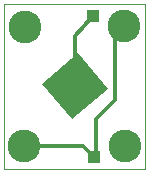
<source format=gtl>
G75*
%MOIN*%
%OFA0B0*%
%FSLAX25Y25*%
%IPPOS*%
%LPD*%
%AMOC8*
5,1,8,0,0,1.08239X$1,22.5*
%
%ADD10C,0.00000*%
%ADD11R,0.04200X0.04200*%
%ADD12C,0.10925*%
%ADD13R,0.15591X0.15591*%
%ADD14C,0.01400*%
D10*
X0004015Y0002917D02*
X0004015Y0058035D01*
X0051259Y0058035D01*
X0051259Y0002917D01*
X0004015Y0002917D01*
D11*
X0034212Y0006815D03*
X0033818Y0053822D03*
D12*
X0044195Y0050436D03*
X0011001Y0050317D03*
X0010765Y0010595D03*
X0044431Y0010477D03*
D13*
G36*
X0028676Y0041378D02*
X0038697Y0029437D01*
X0026756Y0019416D01*
X0016735Y0031357D01*
X0028676Y0041378D01*
G37*
D14*
X0027716Y0047326D02*
X0033818Y0053822D01*
X0027716Y0047326D02*
X0027716Y0030397D01*
X0034724Y0019452D02*
X0034724Y0006303D01*
X0034212Y0006815D01*
X0030431Y0010595D01*
X0010765Y0010595D01*
X0034724Y0019452D02*
X0041023Y0025752D01*
X0041023Y0050436D01*
X0044195Y0050436D01*
M02*

</source>
